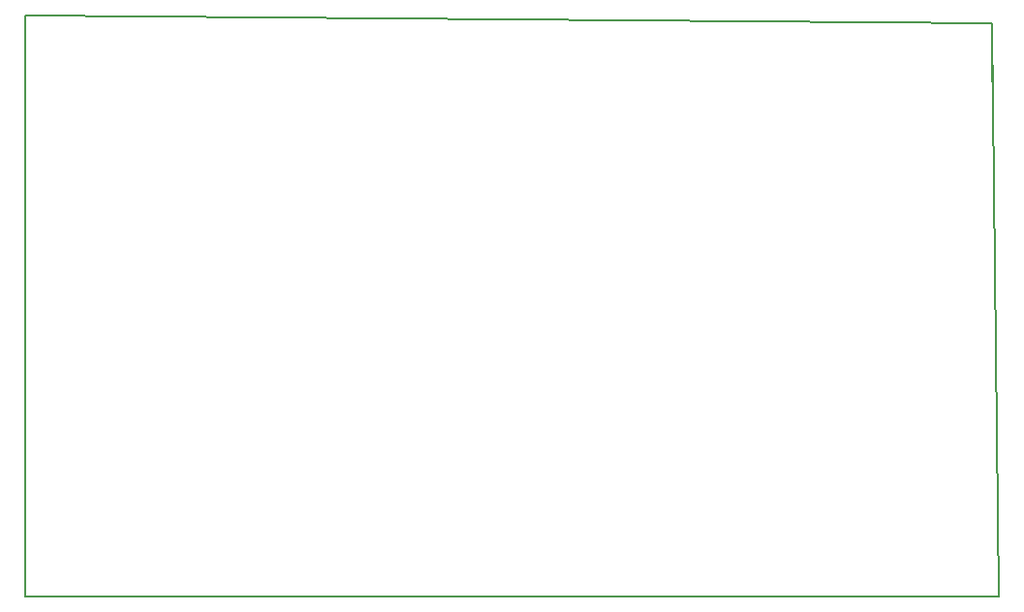
<source format=gm1>
G04 #@! TF.GenerationSoftware,KiCad,Pcbnew,(5.0.1)-rc2*
G04 #@! TF.CreationDate,2018-10-16T02:33:54-04:00*
G04 #@! TF.ProjectId,vco2,76636F322E6B696361645F7063620000,1*
G04 #@! TF.SameCoordinates,Original*
G04 #@! TF.FileFunction,Profile,NP*
%FSLAX46Y46*%
G04 Gerber Fmt 4.6, Leading zero omitted, Abs format (unit mm)*
G04 Created by KiCad (PCBNEW (5.0.1)-rc2) date 10/16/2018 2:33:54 AM*
%MOMM*%
%LPD*%
G01*
G04 APERTURE LIST*
%ADD10C,0.150000*%
G04 APERTURE END LIST*
D10*
X168910000Y-89535000D02*
X168910000Y-94615000D01*
X84455000Y-88900000D02*
X168910000Y-89535000D01*
X84455000Y-139700000D02*
X84455000Y-88900000D01*
X169545000Y-139700000D02*
X84455000Y-139700000D01*
X168910000Y-89535000D02*
X169545000Y-139700000D01*
M02*

</source>
